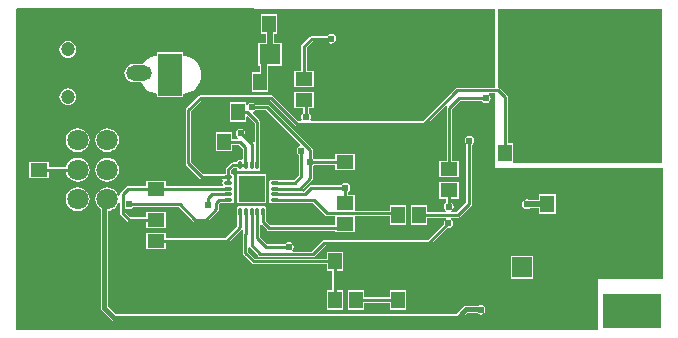
<source format=gbl>
G04*
G04 #@! TF.GenerationSoftware,Altium Limited,Altium Designer,20.0.2 (26)*
G04*
G04 Layer_Physical_Order=2*
G04 Layer_Color=16711680*
%FSLAX25Y25*%
%MOIN*%
G70*
G01*
G75*
%ADD12C,0.01500*%
%ADD13C,0.01000*%
%ADD14R,0.04567X0.05787*%
%ADD17R,0.05787X0.04567*%
%ADD44C,0.02000*%
%ADD45O,0.08661X0.05118*%
%ADD46C,0.04724*%
%ADD47R,0.14173X0.07874*%
%ADD48R,0.07874X0.14173*%
%ADD49R,0.06693X0.06693*%
%ADD50C,0.06693*%
%ADD51R,0.19685X0.11811*%
%ADD52R,0.07087X0.07087*%
%ADD53C,0.07087*%
%ADD54C,0.07087*%
%ADD55C,0.02400*%
%ADD56O,0.01102X0.03150*%
%ADD57O,0.03150X0.01102*%
%ADD58R,0.09055X0.09055*%
G36*
X266339Y213976D02*
Y187630D01*
X253839D01*
X253487Y187560D01*
X253190Y187362D01*
X242446Y176618D01*
X205236D01*
X204968Y177118D01*
X205007Y177176D01*
X205131Y177800D01*
X205007Y178424D01*
X204654Y178954D01*
X204418Y179111D01*
Y180821D01*
X206050D01*
Y186187D01*
X199462D01*
Y180821D01*
X202582D01*
Y179111D01*
X202346Y178954D01*
X201993Y178424D01*
X201869Y177800D01*
X201993Y177176D01*
X202032Y177118D01*
X201764Y176618D01*
X200861D01*
X192480Y184999D01*
X192182Y185198D01*
X191831Y185268D01*
X168405D01*
X168054Y185198D01*
X167757Y184999D01*
X163623Y180865D01*
X163424Y180568D01*
X163354Y180217D01*
Y162500D01*
X163424Y162149D01*
X163623Y161851D01*
X168150Y157324D01*
X168448Y157125D01*
X168799Y157055D01*
X175636D01*
X175685Y156998D01*
X175858Y156555D01*
X175738Y156375D01*
X175664Y156004D01*
X175738Y155633D01*
X175897Y155394D01*
X175812Y155100D01*
X175683Y154894D01*
X156837D01*
Y156660D01*
X150250D01*
Y154894D01*
X144134D01*
X143783Y154824D01*
X143485Y154625D01*
X141739Y152880D01*
X141540Y152582D01*
X141471Y152231D01*
Y151804D01*
X140971Y151705D01*
X140649Y152481D01*
X140017Y153305D01*
X139193Y153937D01*
X138234Y154334D01*
X137205Y154470D01*
X136175Y154334D01*
X135216Y153937D01*
X134392Y153305D01*
X133760Y152481D01*
X133363Y151522D01*
X133227Y150492D01*
X133363Y149463D01*
X133760Y148503D01*
X134392Y147680D01*
X135146Y147101D01*
Y114272D01*
X135236Y113823D01*
X135490Y113443D01*
X138738Y110195D01*
X139118Y109940D01*
X139567Y109851D01*
X254035D01*
X254484Y109940D01*
X254865Y110195D01*
X257277Y112607D01*
X260451D01*
X260543Y112469D01*
X261073Y112115D01*
X261697Y111991D01*
X262321Y112115D01*
X262850Y112469D01*
X263204Y112998D01*
X263328Y113622D01*
X263204Y114246D01*
X262850Y114776D01*
X262321Y115129D01*
X261697Y115253D01*
X261073Y115129D01*
X260807Y114952D01*
X256791D01*
X256343Y114863D01*
X255962Y114609D01*
X253550Y112196D01*
X140053D01*
X137491Y114757D01*
Y146553D01*
X138234Y146650D01*
X139193Y147048D01*
X140017Y147680D01*
X140649Y148503D01*
X140971Y149279D01*
X141471Y149180D01*
Y145801D01*
X141540Y145450D01*
X141739Y145152D01*
X143879Y143013D01*
X144176Y142814D01*
X144528Y142744D01*
X150250D01*
Y140978D01*
X156837D01*
Y146345D01*
X150250D01*
Y144579D01*
X144908D01*
X143306Y146181D01*
Y147083D01*
X143806Y147351D01*
X143864Y147312D01*
X144488Y147188D01*
X145113Y147312D01*
X145642Y147665D01*
X145799Y147901D01*
X161037D01*
X165887Y143052D01*
X166184Y142853D01*
X166535Y142783D01*
X170079D01*
X170430Y142853D01*
X170728Y143052D01*
X174172Y146497D01*
X174371Y146794D01*
X174441Y147146D01*
Y148734D01*
X174888Y149181D01*
X176372D01*
X176634Y149129D01*
X178681D01*
X179052Y149202D01*
X179367Y149413D01*
X179577Y149727D01*
X179651Y150098D01*
X179577Y150470D01*
X179369Y150781D01*
X179367Y150784D01*
X179367Y151381D01*
X179369Y151384D01*
X179577Y151696D01*
X179651Y152067D01*
X179577Y152438D01*
X179369Y152750D01*
X179367Y152753D01*
X179367Y153350D01*
X179369Y153353D01*
X179577Y153664D01*
X179651Y154035D01*
X179577Y154407D01*
X179369Y154718D01*
X179367Y154721D01*
X179367Y155318D01*
X179369Y155321D01*
X179577Y155633D01*
X179651Y156004D01*
X179577Y156375D01*
X179367Y156690D01*
Y157287D01*
X179577Y157601D01*
X179651Y157972D01*
X179577Y158344D01*
X179367Y158658D01*
X179052Y158868D01*
X178681Y158942D01*
X178575D01*
Y160053D01*
X179416Y160893D01*
X180428D01*
Y160689D01*
X180502Y160318D01*
X180712Y160003D01*
X181026Y159793D01*
X181398Y159719D01*
X181769Y159793D01*
X182083Y160003D01*
X182680D01*
X182995Y159793D01*
X183366Y159719D01*
X183737Y159793D01*
X184049Y160001D01*
X184052Y160003D01*
X184649Y160003D01*
X184652Y160001D01*
X184964Y159793D01*
X185335Y159719D01*
X185706Y159793D01*
X186017Y160001D01*
X186020Y160003D01*
X186617Y160003D01*
X186620Y160001D01*
X186932Y159793D01*
X187303Y159719D01*
X187674Y159793D01*
X187989Y160003D01*
X188199Y160318D01*
X188273Y160689D01*
Y162736D01*
X188221Y162999D01*
Y176164D01*
X188151Y176515D01*
X187952Y176813D01*
X185726Y179039D01*
X185890Y179582D01*
X185959Y179595D01*
X186488Y179949D01*
X186646Y180185D01*
X190087D01*
X201609Y168663D01*
X201444Y168121D01*
X201376Y168107D01*
X200847Y167754D01*
X200493Y167224D01*
X200369Y166600D01*
X200493Y165976D01*
X200847Y165446D01*
X201082Y165289D01*
Y158480D01*
X199524Y156922D01*
X194298D01*
X194035Y156974D01*
X191988D01*
X191617Y156900D01*
X191302Y156690D01*
X191092Y156375D01*
X191018Y156004D01*
X191092Y155633D01*
X191302Y155318D01*
Y154721D01*
X191092Y154407D01*
X191018Y154035D01*
X191092Y153664D01*
X191300Y153353D01*
X191302Y153350D01*
X191302Y152753D01*
X191300Y152750D01*
X191092Y152438D01*
X191018Y152067D01*
X191092Y151696D01*
X191302Y151381D01*
Y150784D01*
X191092Y150470D01*
X191018Y150098D01*
X191092Y149727D01*
X191302Y149413D01*
X191617Y149202D01*
X191988Y149129D01*
X194035D01*
X194298Y149181D01*
X205821D01*
X209883Y145119D01*
X210180Y144920D01*
X210531Y144850D01*
X212742D01*
X213242Y144849D01*
X213242Y144350D01*
Y141718D01*
X191667D01*
X190189Y143195D01*
Y145072D01*
X190242Y145335D01*
Y147382D01*
X190168Y147753D01*
X189957Y148068D01*
X189643Y148278D01*
X189272Y148352D01*
X188900Y148278D01*
X188589Y148070D01*
X188586Y148068D01*
X187989Y148068D01*
X187986Y148070D01*
X187674Y148278D01*
X187303Y148352D01*
X186932Y148278D01*
X186617Y148068D01*
X186020D01*
X185706Y148278D01*
X185335Y148352D01*
X184964Y148278D01*
X184652Y148070D01*
X184649Y148068D01*
X184052Y148068D01*
X184049Y148070D01*
X183737Y148278D01*
X183366Y148352D01*
X182995Y148278D01*
X182683Y148070D01*
X182680Y148068D01*
X182083Y148068D01*
X182080Y148070D01*
X181769Y148278D01*
X181398Y148352D01*
X181026Y148278D01*
X180712Y148068D01*
X180502Y147753D01*
X180428Y147382D01*
Y145335D01*
X180480Y145072D01*
Y141423D01*
X176628Y137571D01*
X156837D01*
Y139337D01*
X150250D01*
Y133970D01*
X156837D01*
Y135736D01*
X177008D01*
X177359Y135806D01*
X177657Y136005D01*
X181948Y140296D01*
X182333Y140190D01*
X182448Y140108D01*
Y139238D01*
X182420Y139196D01*
X182350Y138844D01*
Y132480D01*
X182420Y132129D01*
X182619Y131831D01*
X185375Y129076D01*
X185672Y128877D01*
X186024Y128807D01*
X210348D01*
Y126431D01*
X212114D01*
Y120223D01*
X210348D01*
Y113635D01*
X215715D01*
Y120223D01*
X213949D01*
Y126431D01*
X215715D01*
Y133018D01*
X210348D01*
Y130642D01*
X186404D01*
X184185Y132860D01*
Y134239D01*
X184685Y134391D01*
X184686Y134390D01*
X187638Y131438D01*
X187936Y131239D01*
X188287Y131169D01*
X205709D01*
X206060Y131239D01*
X206358Y131438D01*
X210026Y135106D01*
X244587D01*
X244938Y135176D01*
X245235Y135375D01*
X250706Y140845D01*
X250984Y140790D01*
X251608Y140914D01*
X252138Y141268D01*
X252491Y141797D01*
X252616Y142421D01*
X252491Y143046D01*
X252138Y143575D01*
X251714Y143858D01*
X251817Y144358D01*
X254134D01*
X254485Y144428D01*
X254783Y144627D01*
X258523Y148367D01*
X258722Y148665D01*
X258792Y149016D01*
Y168605D01*
X259154Y168846D01*
X259507Y169376D01*
X259631Y170000D01*
X259507Y170624D01*
X259154Y171153D01*
X258624Y171507D01*
X258000Y171631D01*
X257376Y171507D01*
X256846Y171153D01*
X256493Y170624D01*
X256369Y170000D01*
X256493Y169376D01*
X256846Y168846D01*
X256956Y168773D01*
Y149396D01*
X253754Y146193D01*
X252111D01*
X251960Y146693D01*
X252236Y146878D01*
X252590Y147407D01*
X252714Y148031D01*
X252590Y148656D01*
X252236Y149185D01*
X252000Y149343D01*
Y150702D01*
X254475D01*
Y156069D01*
X247887D01*
Y150702D01*
X250165D01*
Y149343D01*
X249929Y149185D01*
X249575Y148656D01*
X249451Y148031D01*
X249575Y147407D01*
X249929Y146878D01*
X250206Y146693D01*
X250054Y146193D01*
X243983D01*
Y148569D01*
X238616D01*
Y141982D01*
X243983D01*
Y144358D01*
X250151D01*
X250255Y143858D01*
X249831Y143575D01*
X249477Y143046D01*
X249353Y142421D01*
X249408Y142143D01*
X244207Y136941D01*
X209646D01*
X209295Y136871D01*
X208997Y136672D01*
X205329Y133004D01*
X199185D01*
X199098Y133119D01*
X198964Y133504D01*
X199243Y133923D01*
X199368Y134547D01*
X199243Y135171D01*
X198890Y135701D01*
X198361Y136054D01*
X197736Y136179D01*
X197112Y136054D01*
X196583Y135701D01*
X196425Y135465D01*
X190538D01*
X188218Y137785D01*
Y141881D01*
X188346Y141972D01*
X188718Y142071D01*
X190638Y140151D01*
X190935Y139952D01*
X191287Y139882D01*
X213242D01*
Y139482D01*
X219829D01*
X219829Y144849D01*
X220329Y144850D01*
X231608D01*
Y141982D01*
X236975D01*
Y148569D01*
X231608D01*
Y146685D01*
X219829D01*
Y151857D01*
X217453D01*
Y152924D01*
X217689Y153082D01*
X218043Y153611D01*
X218167Y154235D01*
X218043Y154860D01*
X217689Y155389D01*
X217160Y155743D01*
X216535Y155867D01*
X215911Y155743D01*
X215382Y155389D01*
X215224Y155153D01*
X205235D01*
X204884Y155083D01*
X204587Y154884D01*
X202734Y153032D01*
X202258Y153057D01*
X202108Y153511D01*
X205472Y156874D01*
X205671Y157172D01*
X205740Y157523D01*
Y161484D01*
X205976Y161642D01*
X206134Y161878D01*
X213242D01*
Y160250D01*
X219829D01*
Y165617D01*
X213242D01*
Y163713D01*
X206134D01*
X205976Y163949D01*
X205740Y164106D01*
Y166747D01*
X205671Y167098D01*
X205472Y167396D01*
X191116Y181751D01*
X190819Y181950D01*
X190468Y182020D01*
X186646D01*
X186488Y182256D01*
X185959Y182609D01*
X185335Y182734D01*
X184710Y182609D01*
X184181Y182256D01*
X183951Y181912D01*
X183451Y182063D01*
Y182821D01*
X178084D01*
Y176234D01*
X183451D01*
Y178011D01*
X183951Y178218D01*
X186386Y175784D01*
Y169735D01*
X186270Y169653D01*
X185886Y169546D01*
X183269Y172163D01*
X183324Y172441D01*
X183200Y173065D01*
X182846Y173594D01*
X182317Y173948D01*
X181693Y174072D01*
X181069Y173948D01*
X180539Y173594D01*
X180186Y173065D01*
X180062Y172441D01*
X180186Y171817D01*
X180539Y171287D01*
X180963Y171004D01*
X180860Y170504D01*
X178727D01*
Y172979D01*
X173360D01*
Y166391D01*
X178727D01*
Y168669D01*
X181018D01*
X182350Y167336D01*
Y163845D01*
X181850Y163578D01*
X181769Y163632D01*
X181398Y163706D01*
X181026Y163632D01*
X180712Y163422D01*
X180502Y163107D01*
X180428Y162736D01*
Y162729D01*
X179035D01*
X178684Y162659D01*
X178387Y162460D01*
X177009Y161082D01*
X176810Y160784D01*
X176740Y160433D01*
Y158942D01*
X176634D01*
X176372Y158890D01*
X169179D01*
X165189Y162880D01*
Y179836D01*
X168786Y183433D01*
X191451D01*
X199832Y175051D01*
X200130Y174852D01*
X200481Y174782D01*
X242826D01*
X243177Y174852D01*
X243475Y175051D01*
X250132Y181709D01*
X250521Y181390D01*
X250432Y181257D01*
X250362Y180905D01*
Y163077D01*
X247887D01*
Y157710D01*
X254475D01*
Y163077D01*
X252197D01*
Y180525D01*
X254809Y183138D01*
X262173D01*
X262331Y182902D01*
X262860Y182548D01*
X263484Y182424D01*
X264108Y182548D01*
X264638Y182902D01*
X264991Y183431D01*
X265116Y184055D01*
X264991Y184679D01*
X264638Y185209D01*
X264509Y185295D01*
X264660Y185795D01*
X266339D01*
Y161024D01*
X322342D01*
Y123721D01*
X300689D01*
Y106890D01*
X106890D01*
Y213820D01*
X107244Y214173D01*
X266339Y213976D01*
D02*
G37*
G36*
X322146Y162500D02*
X272506D01*
Y169042D01*
X270741D01*
Y184508D01*
X270682Y184801D01*
X270671Y184859D01*
X270472Y185157D01*
X268267Y187362D01*
X267969Y187560D01*
X267618Y187630D01*
X267421D01*
Y213976D01*
X322146D01*
Y162500D01*
D02*
G37*
%LPC*%
G36*
X212000Y205631D02*
X211376Y205507D01*
X210846Y205153D01*
X210689Y204918D01*
X205400D01*
X205049Y204848D01*
X204751Y204649D01*
X202151Y202049D01*
X201952Y201751D01*
X201882Y201400D01*
Y193195D01*
X199462D01*
Y187828D01*
X206050D01*
Y193195D01*
X203718D01*
Y201020D01*
X205780Y203082D01*
X210689D01*
X210846Y202847D01*
X211376Y202493D01*
X212000Y202369D01*
X212624Y202493D01*
X213154Y202847D01*
X213507Y203376D01*
X213631Y204000D01*
X213507Y204624D01*
X213154Y205153D01*
X212624Y205507D01*
X212000Y205631D01*
D02*
G37*
G36*
X124114Y203168D02*
X123393Y203073D01*
X122721Y202795D01*
X122144Y202352D01*
X121701Y201775D01*
X121423Y201103D01*
X121328Y200382D01*
X121423Y199661D01*
X121701Y198989D01*
X122144Y198412D01*
X122721Y197969D01*
X123393Y197691D01*
X124114Y197596D01*
X124835Y197691D01*
X125507Y197969D01*
X126084Y198412D01*
X126527Y198989D01*
X126805Y199661D01*
X126900Y200382D01*
X126805Y201103D01*
X126527Y201775D01*
X126084Y202352D01*
X125507Y202795D01*
X124835Y203073D01*
X124114Y203168D01*
D02*
G37*
G36*
X193884Y212053D02*
X188517D01*
Y205466D01*
X190108D01*
Y202664D01*
X187592D01*
Y194777D01*
X188041D01*
Y192959D01*
X185565D01*
Y186372D01*
X190931D01*
Y192959D01*
X190896D01*
Y194777D01*
X195479D01*
Y202664D01*
X192963D01*
Y205466D01*
X193884D01*
Y212053D01*
D02*
G37*
G36*
X162605Y199416D02*
X153931D01*
Y198226D01*
X153095Y198143D01*
X151906Y197783D01*
X150811Y197197D01*
X149850Y196409D01*
X149098Y195492D01*
X145965D01*
X145192Y195391D01*
X144472Y195093D01*
X143854Y194618D01*
X143380Y194000D01*
X143082Y193280D01*
X142980Y192508D01*
X143082Y191735D01*
X143380Y191016D01*
X143854Y190397D01*
X144472Y189923D01*
X145192Y189625D01*
X145965Y189523D01*
X148471D01*
X148477Y189504D01*
X149063Y188409D01*
X149850Y187449D01*
X150811Y186661D01*
X151906Y186075D01*
X153095Y185715D01*
X153931Y185633D01*
Y184442D01*
X162605D01*
Y185633D01*
X163441Y185715D01*
X164629Y186075D01*
X165725Y186661D01*
X166685Y187449D01*
X167473Y188409D01*
X168058Y189504D01*
X168419Y190693D01*
X168541Y191929D01*
X168419Y193165D01*
X168058Y194354D01*
X167473Y195449D01*
X166685Y196409D01*
X165725Y197197D01*
X164629Y197783D01*
X163441Y198143D01*
X162605Y198226D01*
Y199416D01*
D02*
G37*
G36*
X124114Y187420D02*
X123393Y187325D01*
X122721Y187047D01*
X122144Y186604D01*
X121701Y186027D01*
X121423Y185355D01*
X121328Y184634D01*
X121423Y183913D01*
X121701Y183241D01*
X122144Y182664D01*
X122721Y182221D01*
X123393Y181943D01*
X124114Y181848D01*
X124835Y181943D01*
X125507Y182221D01*
X126084Y182664D01*
X126527Y183241D01*
X126805Y183913D01*
X126900Y184634D01*
X126805Y185355D01*
X126527Y186027D01*
X126084Y186604D01*
X125507Y187047D01*
X124835Y187325D01*
X124114Y187420D01*
D02*
G37*
G36*
X137205Y174154D02*
X136175Y174019D01*
X135216Y173622D01*
X134392Y172990D01*
X133760Y172166D01*
X133363Y171207D01*
X133227Y170177D01*
X133363Y169148D01*
X133760Y168189D01*
X134392Y167365D01*
X135216Y166733D01*
X136175Y166335D01*
X137205Y166200D01*
X138234Y166335D01*
X139193Y166733D01*
X140017Y167365D01*
X140649Y168189D01*
X141047Y169148D01*
X141182Y170177D01*
X141047Y171207D01*
X140649Y172166D01*
X140017Y172990D01*
X139193Y173622D01*
X138234Y174019D01*
X137205Y174154D01*
D02*
G37*
G36*
X127362D02*
X126333Y174019D01*
X125373Y173622D01*
X124550Y172990D01*
X123918Y172166D01*
X123520Y171207D01*
X123385Y170177D01*
X123520Y169148D01*
X123918Y168189D01*
X124550Y167365D01*
X125373Y166733D01*
X126333Y166335D01*
X127362Y166200D01*
X128392Y166335D01*
X129351Y166733D01*
X130175Y167365D01*
X130807Y168189D01*
X131204Y169148D01*
X131340Y170177D01*
X131204Y171207D01*
X130807Y172166D01*
X130175Y172990D01*
X129351Y173622D01*
X128392Y174019D01*
X127362Y174154D01*
D02*
G37*
G36*
Y164312D02*
X126333Y164176D01*
X125373Y163779D01*
X124550Y163147D01*
X123918Y162323D01*
X123520Y161364D01*
X123506Y161252D01*
X117762D01*
Y162880D01*
X111175D01*
Y157513D01*
X117762D01*
Y159417D01*
X123506D01*
X123520Y159305D01*
X123918Y158346D01*
X124550Y157522D01*
X125373Y156890D01*
X126333Y156493D01*
X127362Y156357D01*
X128392Y156493D01*
X129351Y156890D01*
X130175Y157522D01*
X130807Y158346D01*
X131204Y159305D01*
X131340Y160335D01*
X131204Y161364D01*
X130807Y162323D01*
X130175Y163147D01*
X129351Y163779D01*
X128392Y164176D01*
X127362Y164312D01*
D02*
G37*
G36*
X137205D02*
X136175Y164176D01*
X135216Y163779D01*
X134392Y163147D01*
X133760Y162323D01*
X133363Y161364D01*
X133227Y160335D01*
X133363Y159305D01*
X133760Y158346D01*
X134392Y157522D01*
X135216Y156890D01*
X136175Y156493D01*
X137205Y156357D01*
X138234Y156493D01*
X139193Y156890D01*
X140017Y157522D01*
X140649Y158346D01*
X141047Y159305D01*
X141182Y160335D01*
X141047Y161364D01*
X140649Y162323D01*
X140017Y163147D01*
X139193Y163779D01*
X138234Y164176D01*
X137205Y164312D01*
D02*
G37*
G36*
X286680Y152194D02*
X281313D01*
Y150327D01*
X277783D01*
X277165Y150450D01*
X276541Y150326D01*
X276012Y149972D01*
X275658Y149443D01*
X275534Y148819D01*
X275658Y148195D01*
X276012Y147665D01*
X276541Y147312D01*
X277165Y147188D01*
X277790Y147312D01*
X278030Y147473D01*
X281313D01*
Y145606D01*
X286680D01*
Y152194D01*
D02*
G37*
G36*
X190262Y158963D02*
X180407D01*
Y149108D01*
X190262D01*
Y158963D01*
D02*
G37*
G36*
X127362Y154470D02*
X126333Y154334D01*
X125373Y153937D01*
X124550Y153305D01*
X123918Y152481D01*
X123520Y151522D01*
X123385Y150492D01*
X123520Y149463D01*
X123918Y148503D01*
X124550Y147680D01*
X125373Y147048D01*
X126333Y146650D01*
X127362Y146515D01*
X128392Y146650D01*
X129351Y147048D01*
X130175Y147680D01*
X130807Y148503D01*
X131204Y149463D01*
X131340Y150492D01*
X131204Y151522D01*
X130807Y152481D01*
X130175Y153305D01*
X129351Y153937D01*
X128392Y154334D01*
X127362Y154470D01*
D02*
G37*
G36*
X279317Y131502D02*
X271824D01*
Y124010D01*
X279317D01*
Y131502D01*
D02*
G37*
G36*
X236975Y120223D02*
X231608D01*
Y117847D01*
X222723D01*
Y120223D01*
X217356D01*
Y113635D01*
X222723D01*
Y116012D01*
X231608D01*
Y113635D01*
X236975D01*
Y120223D01*
D02*
G37*
%LPD*%
D12*
X261461Y113779D02*
X261500Y113819D01*
X256791Y113779D02*
X261461D01*
X254035Y111024D02*
X256791Y113779D01*
X136319Y149606D02*
X137205Y150492D01*
X136319Y114272D02*
Y149606D01*
X139567Y111024D02*
X254035D01*
X136319Y114272D02*
X139567Y111024D01*
X276831Y165748D02*
X282827D01*
D13*
X166535Y143701D02*
X170079D01*
X161417Y148819D02*
X166535Y143701D01*
X144488Y148819D02*
X161417D01*
X173524Y147146D02*
Y149114D01*
X170079Y143701D02*
X173524Y147146D01*
X144134Y153976D02*
X153543D01*
X142388Y152231D02*
X144134Y153976D01*
X142388Y145801D02*
Y152231D01*
X144528Y143661D02*
X153543D01*
X142388Y145801D02*
X144528Y143661D01*
X191287Y140800D02*
X215170D01*
X189272Y142815D02*
X191287Y140800D01*
X215170D02*
X216535Y142165D01*
X191201Y208760D02*
X191535Y208425D01*
X168209Y179528D02*
X173760D01*
X168110Y179429D02*
X168209Y179528D01*
X183268Y161713D02*
Y167717D01*
X181398Y161764D02*
X181449Y161713D01*
X168799Y157972D02*
X177657D01*
X164272Y162500D02*
X168799Y157972D01*
X164272Y162500D02*
Y180217D01*
X168405Y184350D01*
X242826Y175700D02*
X253839Y186713D01*
X200481Y175700D02*
X242826D01*
X191831Y184350D02*
X200481Y175700D01*
X253839Y186713D02*
X267618D01*
X168405Y184350D02*
X191831D01*
X185335Y181102D02*
X190468D01*
X204823Y166747D01*
X183940Y179528D02*
X187303Y176164D01*
Y161713D02*
Y176164D01*
X180768Y179528D02*
X183940D01*
X185335Y161713D02*
Y168799D01*
X181693Y172441D02*
X185335Y168799D01*
X181398Y169587D02*
X183268Y167717D01*
X181449Y161713D02*
X183268D01*
X176142Y169587D02*
X181398D01*
X183268Y161713D02*
X183366D01*
X181398D02*
X181449D01*
X181350Y161811D02*
X181398Y161764D01*
Y161713D02*
Y161764D01*
X176043Y169685D02*
X176142Y169587D01*
X189469Y196653D02*
X191535Y198721D01*
X267618Y186713D02*
X269823Y184508D01*
X220039Y116929D02*
X234291D01*
X114469Y160197D02*
X114606Y160335D01*
X127362D01*
X114370Y153091D02*
X114469Y153189D01*
X114370Y146653D02*
Y153091D01*
X269823Y165748D02*
Y184508D01*
X251279Y160394D02*
Y180905D01*
X190157Y134547D02*
X197736D01*
X187300Y137405D02*
X190157Y134547D01*
X187300Y137405D02*
Y146355D01*
X244587Y136024D02*
X250984Y142421D01*
X209646Y136024D02*
X244587D01*
X205709Y132087D02*
X209646Y136024D01*
X188287Y132087D02*
X205709D01*
X185335Y135039D02*
Y146358D01*
Y135039D02*
X188287Y132087D01*
X251083Y148031D02*
Y153287D01*
X241299Y145276D02*
X254134D01*
X257874Y149016D01*
Y169874D01*
X251083Y153287D02*
X251181Y153386D01*
X183268Y132480D02*
Y138844D01*
X254429Y184055D02*
X263484D01*
X251279Y180905D02*
X254429Y184055D01*
X181398Y141043D02*
Y146358D01*
X177008Y136653D02*
X181398Y141043D01*
X153543Y136653D02*
X177008D01*
X183366Y138943D02*
Y146358D01*
X183268Y138844D02*
X183366Y138943D01*
X186024Y129724D02*
X213032D01*
X183268Y132480D02*
X186024Y129724D01*
X213032Y116929D02*
Y129724D01*
X257874Y169874D02*
X258000Y170000D01*
X189272Y142815D02*
Y146358D01*
X233799Y145768D02*
X234291Y145276D01*
X210531Y145768D02*
X233799D01*
X206201Y150098D02*
X210531Y145768D01*
X193012Y150098D02*
X206201D01*
X277165Y148819D02*
Y148900D01*
X187300Y146355D02*
X187303Y146358D01*
X205235Y154235D02*
X216535D01*
X203067Y152067D02*
X205235Y154235D01*
X193012Y152067D02*
X203067D01*
X216535Y149173D02*
Y154235D01*
X202756Y190512D02*
X202800Y190556D01*
Y201400D01*
X205400Y204000D02*
X212000D01*
X202800Y201400D02*
X205400Y204000D01*
X202756Y183504D02*
X203500Y182760D01*
Y177800D02*
Y182760D01*
X204823Y162795D02*
Y166747D01*
X202000Y158100D02*
Y166600D01*
X199904Y156004D02*
X202000Y158100D01*
X193012Y156004D02*
X199904D01*
X204823Y157523D02*
Y162795D01*
X201335Y154035D02*
X204823Y157523D01*
X193012Y154035D02*
X201335D01*
X216398Y162795D02*
X216535Y162933D01*
X204823Y162795D02*
X216398D01*
X168996Y169646D02*
X169035Y169685D01*
X168996Y162992D02*
Y169646D01*
X179035Y161811D02*
X181350D01*
X177657Y157972D02*
Y160433D01*
X179035Y161811D01*
X177657Y156004D02*
Y157972D01*
X153543Y153976D02*
X176547D01*
X176606Y154035D01*
X177657D01*
X174508Y150098D02*
X177657D01*
X173524Y149114D02*
X174508Y150098D01*
X172047Y152067D02*
X177657D01*
X170866Y150886D02*
X172047Y152067D01*
X170866Y148524D02*
Y150886D01*
D14*
X173760Y179528D02*
D03*
X180768D02*
D03*
X241299Y145276D02*
D03*
X234291D02*
D03*
X283996Y148900D02*
D03*
X291004D02*
D03*
X269823Y165748D02*
D03*
X276831D02*
D03*
X213032Y129724D02*
D03*
X220039D02*
D03*
Y116929D02*
D03*
X213032D02*
D03*
X234291D02*
D03*
X241299D02*
D03*
X176043Y169685D02*
D03*
X169035D02*
D03*
X188248Y189665D02*
D03*
X181240D02*
D03*
X191201Y208760D02*
D03*
X184193D02*
D03*
D17*
X114469Y153189D02*
D03*
Y160197D02*
D03*
X153543Y160984D02*
D03*
Y153976D02*
D03*
X202756Y190512D02*
D03*
Y183504D02*
D03*
X251181Y153386D02*
D03*
Y160394D02*
D03*
X153543Y143661D02*
D03*
Y136653D02*
D03*
X216535Y142165D02*
D03*
Y149173D02*
D03*
Y162933D02*
D03*
Y169941D02*
D03*
D44*
X191535Y198721D02*
Y208425D01*
X177756Y198557D02*
X179823Y196490D01*
Y189508D02*
Y196490D01*
Y189508D02*
X181240Y188091D01*
X189469Y189311D02*
Y196653D01*
X188248Y188091D02*
X189469Y189311D01*
X177756Y198557D02*
Y198721D01*
X297875Y148900D02*
X298031Y149056D01*
X291004Y148900D02*
X297875D01*
X277165D02*
X283996D01*
D45*
X147736Y200776D02*
D03*
Y192508D02*
D03*
Y184240D02*
D03*
D46*
X124114Y200382D02*
D03*
Y184634D02*
D03*
D47*
X145669Y210039D02*
D03*
D48*
X158268Y191929D02*
D03*
X133858D02*
D03*
D49*
X275571Y127756D02*
D03*
D50*
X295571D02*
D03*
D51*
X312008Y207677D02*
D03*
Y113287D02*
D03*
D52*
X191535Y198721D02*
D03*
D53*
X177756D02*
D03*
D54*
X137205Y170177D02*
D03*
Y150492D02*
D03*
Y160335D02*
D03*
X127362Y170177D02*
D03*
Y160335D02*
D03*
Y150492D02*
D03*
D55*
X144488Y148819D02*
D03*
X279528Y200787D02*
D03*
Y204724D02*
D03*
Y208661D02*
D03*
X275590D02*
D03*
Y204724D02*
D03*
Y200787D02*
D03*
X271654D02*
D03*
Y204724D02*
D03*
Y208661D02*
D03*
X169291Y200787D02*
D03*
Y204724D02*
D03*
Y133858D02*
D03*
X129921Y137795D02*
D03*
X125984Y133858D02*
D03*
X122047D02*
D03*
X125984Y137795D02*
D03*
X122047D02*
D03*
X114173Y204724D02*
D03*
X110236D02*
D03*
Y200787D02*
D03*
X114173D02*
D03*
X118110D02*
D03*
Y204724D02*
D03*
Y208661D02*
D03*
X114173D02*
D03*
X110236D02*
D03*
X318898Y181102D02*
D03*
Y185039D02*
D03*
Y188976D02*
D03*
X314961D02*
D03*
Y185039D02*
D03*
Y181102D02*
D03*
X311024D02*
D03*
Y185039D02*
D03*
Y188976D02*
D03*
X318898Y133858D02*
D03*
Y137795D02*
D03*
Y141732D02*
D03*
X311024Y133858D02*
D03*
Y137795D02*
D03*
Y141732D02*
D03*
X314961Y133858D02*
D03*
Y141732D02*
D03*
Y137795D02*
D03*
X168209Y179528D02*
D03*
X185335Y181102D02*
D03*
X181693Y172441D02*
D03*
X114370Y146653D02*
D03*
X197736Y134547D02*
D03*
X250984Y142421D02*
D03*
X251083Y148031D02*
D03*
X263484Y184055D02*
D03*
X298031Y149056D02*
D03*
X277165Y148819D02*
D03*
X216535Y154235D02*
D03*
X203500Y177800D02*
D03*
X202000Y166600D02*
D03*
X204823Y162795D02*
D03*
X168996Y162992D02*
D03*
X170866Y148524D02*
D03*
X282827Y165748D02*
D03*
X261697Y113622D02*
D03*
X258000Y170000D02*
D03*
X212000Y204000D02*
D03*
X227000D02*
D03*
X222000D02*
D03*
X217000D02*
D03*
D56*
X189272Y146358D02*
D03*
X187303D02*
D03*
X185335D02*
D03*
X183366D02*
D03*
X181398D02*
D03*
Y161713D02*
D03*
X183366D02*
D03*
X185335D02*
D03*
X187303D02*
D03*
X189272D02*
D03*
D57*
X177657Y150098D02*
D03*
Y152067D02*
D03*
Y154035D02*
D03*
Y156004D02*
D03*
Y157972D02*
D03*
X193012D02*
D03*
Y156004D02*
D03*
Y154035D02*
D03*
Y152067D02*
D03*
Y150098D02*
D03*
D58*
X185335Y154035D02*
D03*
M02*

</source>
